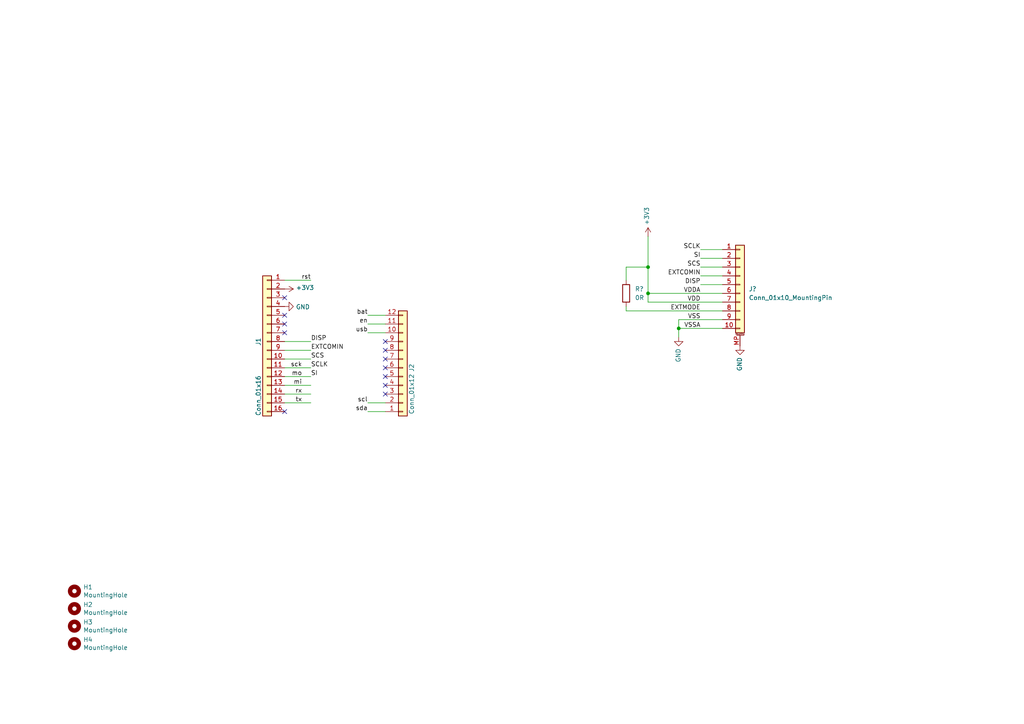
<source format=kicad_sch>
(kicad_sch (version 20201015) (generator eeschema)
  (paper "A4")
  (title_block (title "Sharp Memory LCD") (date "2020-12-22") (rev "r1.0") (company "GsD - @gregdavill"))
  (lib_symbols
    (symbol "Connector_Generic:Conn_01x12" (pin_names (offset 1.016) hide)
      (property "Reference" "J" (at 0 15.24 0))
      (property "Value" "Conn_01x12" (at 0 -17.78 0))
      (symbol "Conn_01x12_1_1"
        (rectangle (start -1.27 -4.953) (end 0 -5.207) (stroke (width 0.1524)))
        (rectangle (start -1.27 -7.493) (end 0 -7.747) (stroke (width 0.1524)))
        (rectangle (start -1.27 -10.033) (end 0 -10.287) (stroke (width 0.1524)))
        (rectangle (start -1.27 -12.573) (end 0 -12.827) (stroke (width 0.1524)))
        (rectangle (start -1.27 -15.113) (end 0 -15.367) (stroke (width 0.1524)))
        (rectangle (start -1.27 -2.413) (end 0 -2.667) (stroke (width 0.1524)))
        (rectangle (start -1.27 2.667) (end 0 2.413) (stroke (width 0.1524)))
        (rectangle (start -1.27 5.207) (end 0 4.953) (stroke (width 0.1524)))
        (rectangle (start -1.27 7.747) (end 0 7.493) (stroke (width 0.1524)))
        (rectangle (start -1.27 10.287) (end 0 10.033) (stroke (width 0.1524)))
        (rectangle (start -1.27 0.127) (end 0 -0.127) (stroke (width 0.1524)))
        (rectangle (start -1.27 12.827) (end 0 12.573) (stroke (width 0.1524)))
        (rectangle (start -1.27 13.97) (end 1.27 -16.51) (stroke (width 0.254)) (fill (type background)))
        (pin passive line (at -5.08 12.7 0) (length 3.81) (name "Pin_1") (number "1"))
        (pin passive line (at -5.08 -10.16 0) (length 3.81) (name "Pin_10") (number "10"))
        (pin passive line (at -5.08 -12.7 0) (length 3.81) (name "Pin_11") (number "11"))
        (pin passive line (at -5.08 -15.24 0) (length 3.81) (name "Pin_12") (number "12"))
        (pin passive line (at -5.08 10.16 0) (length 3.81) (name "Pin_2") (number "2"))
        (pin passive line (at -5.08 7.62 0) (length 3.81) (name "Pin_3") (number "3"))
        (pin passive line (at -5.08 5.08 0) (length 3.81) (name "Pin_4") (number "4"))
        (pin passive line (at -5.08 2.54 0) (length 3.81) (name "Pin_5") (number "5"))
        (pin passive line (at -5.08 0 0) (length 3.81) (name "Pin_6") (number "6"))
        (pin passive line (at -5.08 -2.54 0) (length 3.81) (name "Pin_7") (number "7"))
        (pin passive line (at -5.08 -5.08 0) (length 3.81) (name "Pin_8") (number "8"))
        (pin passive line (at -5.08 -7.62 0) (length 3.81) (name "Pin_9") (number "9"))
      )
    )
    (symbol "Connector_Generic:Conn_01x16" (pin_names (offset 1.016) hide)
      (property "Reference" "J" (at 0 20.32 0))
      (property "Value" "Conn_01x16" (at 0 -22.86 0))
      (symbol "Conn_01x16_1_1"
        (rectangle (start -1.27 -4.953) (end 0 -5.207) (stroke (width 0.1524)))
        (rectangle (start -1.27 -7.493) (end 0 -7.747) (stroke (width 0.1524)))
        (rectangle (start -1.27 -10.033) (end 0 -10.287) (stroke (width 0.1524)))
        (rectangle (start -1.27 -12.573) (end 0 -12.827) (stroke (width 0.1524)))
        (rectangle (start -1.27 -15.113) (end 0 -15.367) (stroke (width 0.1524)))
        (rectangle (start -1.27 -17.653) (end 0 -17.907) (stroke (width 0.1524)))
        (rectangle (start -1.27 -20.193) (end 0 -20.447) (stroke (width 0.1524)))
        (rectangle (start -1.27 -2.413) (end 0 -2.667) (stroke (width 0.1524)))
        (rectangle (start -1.27 2.667) (end 0 2.413) (stroke (width 0.1524)))
        (rectangle (start -1.27 5.207) (end 0 4.953) (stroke (width 0.1524)))
        (rectangle (start -1.27 7.747) (end 0 7.493) (stroke (width 0.1524)))
        (rectangle (start -1.27 10.287) (end 0 10.033) (stroke (width 0.1524)))
        (rectangle (start -1.27 0.127) (end 0 -0.127) (stroke (width 0.1524)))
        (rectangle (start -1.27 12.827) (end 0 12.573) (stroke (width 0.1524)))
        (rectangle (start -1.27 15.367) (end 0 15.113) (stroke (width 0.1524)))
        (rectangle (start -1.27 17.907) (end 0 17.653) (stroke (width 0.1524)))
        (rectangle (start -1.27 19.05) (end 1.27 -21.59) (stroke (width 0.254)) (fill (type background)))
        (pin passive line (at -5.08 17.78 0) (length 3.81) (name "Pin_1") (number "1"))
        (pin passive line (at -5.08 -5.08 0) (length 3.81) (name "Pin_10") (number "10"))
        (pin passive line (at -5.08 -7.62 0) (length 3.81) (name "Pin_11") (number "11"))
        (pin passive line (at -5.08 -10.16 0) (length 3.81) (name "Pin_12") (number "12"))
        (pin passive line (at -5.08 -12.7 0) (length 3.81) (name "Pin_13") (number "13"))
        (pin passive line (at -5.08 -15.24 0) (length 3.81) (name "Pin_14") (number "14"))
        (pin passive line (at -5.08 -17.78 0) (length 3.81) (name "Pin_15") (number "15"))
        (pin passive line (at -5.08 -20.32 0) (length 3.81) (name "Pin_16") (number "16"))
        (pin passive line (at -5.08 15.24 0) (length 3.81) (name "Pin_2") (number "2"))
        (pin passive line (at -5.08 12.7 0) (length 3.81) (name "Pin_3") (number "3"))
        (pin passive line (at -5.08 10.16 0) (length 3.81) (name "Pin_4") (number "4"))
        (pin passive line (at -5.08 7.62 0) (length 3.81) (name "Pin_5") (number "5"))
        (pin passive line (at -5.08 5.08 0) (length 3.81) (name "Pin_6") (number "6"))
        (pin passive line (at -5.08 2.54 0) (length 3.81) (name "Pin_7") (number "7"))
        (pin passive line (at -5.08 0 0) (length 3.81) (name "Pin_8") (number "8"))
        (pin passive line (at -5.08 -2.54 0) (length 3.81) (name "Pin_9") (number "9"))
      )
    )
    (symbol "Connector_Generic_MountingPin:Conn_01x10_MountingPin" (pin_names (offset 1.016) hide)
      (property "Reference" "J" (at 0 12.7 0))
      (property "Value" "Conn_01x10_MountingPin" (at 1.27 -15.24 0))
      (symbol "Conn_01x10_MountingPin_1_1"
        (text "Mounting" (at 0 -14.351 0) (effects (font (size 0.381 0.381))))
        (rectangle (start -1.27 -4.953) (end 0 -5.207) (stroke (width 0.1524)))
        (rectangle (start -1.27 -7.493) (end 0 -7.747) (stroke (width 0.1524)))
        (rectangle (start -1.27 -10.033) (end 0 -10.287) (stroke (width 0.1524)))
        (rectangle (start -1.27 -12.573) (end 0 -12.827) (stroke (width 0.1524)))
        (rectangle (start -1.27 -2.413) (end 0 -2.667) (stroke (width 0.1524)))
        (rectangle (start -1.27 2.667) (end 0 2.413) (stroke (width 0.1524)))
        (rectangle (start -1.27 5.207) (end 0 4.953) (stroke (width 0.1524)))
        (rectangle (start -1.27 7.747) (end 0 7.493) (stroke (width 0.1524)))
        (rectangle (start -1.27 10.287) (end 0 10.033) (stroke (width 0.1524)))
        (rectangle (start -1.27 11.43) (end 1.27 -13.97) (stroke (width 0.254)) (fill (type background)))
        (rectangle (start -1.27 0.127) (end 0 -0.127) (stroke (width 0.1524)))
        (polyline (pts (xy -1.016 -14.732) (xy 1.016 -14.732)) (stroke (width 0.1524)))
        (pin passive line (at 0 -17.78 90) (length 3.048) (name "MountPin") (number "MP"))
        (pin passive line (at -5.08 10.16 0) (length 3.81) (name "Pin_1") (number "1"))
        (pin passive line (at -5.08 -12.7 0) (length 3.81) (name "Pin_10") (number "10"))
        (pin passive line (at -5.08 7.62 0) (length 3.81) (name "Pin_2") (number "2"))
        (pin passive line (at -5.08 5.08 0) (length 3.81) (name "Pin_3") (number "3"))
        (pin passive line (at -5.08 2.54 0) (length 3.81) (name "Pin_4") (number "4"))
        (pin passive line (at -5.08 0 0) (length 3.81) (name "Pin_5") (number "5"))
        (pin passive line (at -5.08 -2.54 0) (length 3.81) (name "Pin_6") (number "6"))
        (pin passive line (at -5.08 -5.08 0) (length 3.81) (name "Pin_7") (number "7"))
        (pin passive line (at -5.08 -7.62 0) (length 3.81) (name "Pin_8") (number "8"))
        (pin passive line (at -5.08 -10.16 0) (length 3.81) (name "Pin_9") (number "9"))
      )
    )
    (symbol "Device:R" (pin_numbers hide) (pin_names (offset 0))
      (property "Reference" "R" (at 2.032 0 90))
      (property "Value" "R" (at 0 0 90))
      (symbol "R_0_1"
        (rectangle (start -1.016 -2.54) (end 1.016 2.54) (stroke (width 0.254)))
      )
      (symbol "R_1_1"
        (pin passive line (at 0 3.81 270) (length 1.27) (name "~") (number "1"))
        (pin passive line (at 0 -3.81 90) (length 1.27) (name "~") (number "2"))
      )
    )
    (symbol "Mechanical:MountingHole" (pin_names (offset 1.016))
      (property "Reference" "H" (at 0 5.08 0))
      (property "Value" "MountingHole" (at 0 3.175 0))
      (symbol "MountingHole_0_1"
        (circle (center 0 0) (radius 1.27) (stroke (width 1.27)))
      )
    )
    (symbol "power:+3V3" (power) (pin_names (offset 0))
      (property "Value" "+3V3" (at 0 3.556 0))
      (symbol "+3V3_0_1"
        (polyline (pts (xy -0.762 1.27) (xy 0 2.54)))
        (polyline (pts (xy 0 0) (xy 0 2.54)))
        (polyline (pts (xy 0 2.54) (xy 0.762 1.27)))
      )
      (symbol "+3V3_1_1"
        (pin power_in line (at 0 0 90) (length 0) hide (name "+3V3") (number "1"))
      )
    )
    (symbol "power:GND" (power) (pin_names (offset 0))
      (property "Value" "GND" (at 0 -3.81 0))
      (symbol "GND_0_1"
        (polyline (pts (xy 0 0) (xy 0 -1.27) (xy 1.27 -1.27) (xy 0 -2.54) (xy -1.27 -1.27) (xy 0 -1.27)))
      )
      (symbol "GND_1_1"
        (pin power_in line (at 0 0 270) (length 0) hide (name "GND") (number "1"))
      )
    )
  )
  (bus_alias "GPDI" (members "CK_N" "CK_P" "D0_N" "D0_P" "D1_N" "D1_P" "D2_N" "D2_P"))
  (junction (at 187.96 77.47) (diameter 0.9144))
  (junction (at 187.96 85.09) (diameter 0.9144))
  (junction (at 196.85 95.25) (diameter 0.9144))
  (no_connect (at 82.55 91.44))
  (no_connect (at 82.55 86.36))
  (no_connect (at 111.76 99.06))
  (no_connect (at 111.76 114.3))
  (no_connect (at 111.76 104.14))
  (no_connect (at 111.76 106.68))
  (no_connect (at 111.76 101.6))
  (no_connect (at 82.55 93.98))
  (no_connect (at 82.55 96.52))
  (no_connect (at 111.76 111.76))
  (no_connect (at 82.55 119.38))
  (no_connect (at 111.76 109.22))
  (wire (pts (xy 82.55 81.28) (xy 90.17 81.28)))
  (wire (pts (xy 82.55 99.06) (xy 90.17 99.06)))
  (wire (pts (xy 82.55 101.6) (xy 90.17 101.6)))
  (wire (pts (xy 82.55 104.14) (xy 90.17 104.14)))
  (wire (pts (xy 82.55 109.22) (xy 90.17 109.22)))
  (wire (pts (xy 82.55 114.3) (xy 90.17 114.3)))
  (wire (pts (xy 90.17 106.68) (xy 82.55 106.68)))
  (wire (pts (xy 90.17 111.76) (xy 82.55 111.76)))
  (wire (pts (xy 90.17 116.84) (xy 82.55 116.84)))
  (wire (pts (xy 106.68 119.38) (xy 111.76 119.38)))
  (wire (pts (xy 111.76 91.44) (xy 106.68 91.44)))
  (wire (pts (xy 111.76 93.98) (xy 106.68 93.98)))
  (wire (pts (xy 111.76 96.52) (xy 106.68 96.52)))
  (wire (pts (xy 111.76 116.84) (xy 106.68 116.84)))
  (wire (pts (xy 181.61 77.47) (xy 187.96 77.47)))
  (wire (pts (xy 181.61 81.28) (xy 181.61 77.47)))
  (wire (pts (xy 181.61 90.17) (xy 181.61 88.9)))
  (wire (pts (xy 181.61 90.17) (xy 209.55 90.17)))
  (wire (pts (xy 187.96 77.47) (xy 187.96 68.58)))
  (wire (pts (xy 187.96 85.09) (xy 187.96 77.47)))
  (wire (pts (xy 187.96 85.09) (xy 209.55 85.09)))
  (wire (pts (xy 187.96 87.63) (xy 187.96 85.09)))
  (wire (pts (xy 187.96 87.63) (xy 209.55 87.63)))
  (wire (pts (xy 196.85 92.71) (xy 196.85 95.25)))
  (wire (pts (xy 196.85 92.71) (xy 209.55 92.71)))
  (wire (pts (xy 196.85 95.25) (xy 196.85 97.79)))
  (wire (pts (xy 196.85 95.25) (xy 209.55 95.25)))
  (wire (pts (xy 203.2 72.39) (xy 209.55 72.39)))
  (wire (pts (xy 203.2 74.93) (xy 209.55 74.93)))
  (wire (pts (xy 203.2 77.47) (xy 209.55 77.47)))
  (wire (pts (xy 203.2 80.01) (xy 209.55 80.01)))
  (wire (pts (xy 203.2 82.55) (xy 209.55 82.55)))
  (label "sck" (at 87.63 106.68 180))
  (label "mo" (at 87.63 109.22 180))
  (label "mi" (at 87.63 111.76 180))
  (label "rx" (at 87.63 114.3 180))
  (label "tx" (at 87.63 116.84 180))
  (label "rst" (at 90.17 81.28 180))
  (label "DISP" (at 90.17 99.06 0))
  (label "EXTCOMIN" (at 90.17 101.6 0))
  (label "SCS" (at 90.17 104.14 0))
  (label "SCLK" (at 90.17 106.68 0))
  (label "SI" (at 90.17 109.22 0))
  (label "bat" (at 106.68 91.44 180))
  (label "en" (at 106.68 93.98 180))
  (label "usb" (at 106.68 96.52 180))
  (label "scl" (at 106.68 116.84 180))
  (label "sda" (at 106.68 119.38 180))
  (label "SCLK" (at 203.2 72.39 180))
  (label "SI" (at 203.2 74.93 180))
  (label "SCS" (at 203.2 77.47 180))
  (label "EXTCOMIN" (at 203.2 80.01 180))
  (label "DISP" (at 203.2 82.55 180))
  (label "VDDA" (at 203.2 85.09 180))
  (label "VDD" (at 203.2 87.63 180))
  (label "EXTMODE" (at 203.2 90.17 180))
  (label "VSS" (at 203.2 92.71 180))
  (label "VSSA" (at 203.2 95.25 180))
  (symbol (lib_id "power:+3V3") (at 82.55 83.82 270) (mirror x) (unit 1)
    (property "Reference" "#PWR0102" (effects hide))
    (property "Value" "+3V3" (at 85.8012 83.439 90) (effects (justify left)))
  )
  (symbol (lib_id "power:+3V3") (at 187.96 68.58 0) (mirror y) (unit 1)
    (property "Reference" "#PWR?" (effects hide))
    (property "Value" "+3V3" (at 187.579 65.3288 90) (effects (justify left)))
  )
  (symbol (lib_id "power:GND") (at 82.55 88.9 90) (mirror x) (unit 1)
    (property "Reference" "#PWR0101" (effects hide))
    (property "Value" "GND" (at 85.8012 89.027 90) (effects (justify right)))
  )
  (symbol (lib_id "power:GND") (at 196.85 97.79 0) (mirror y) (unit 1)
    (property "Reference" "#PWR?" (effects hide))
    (property "Value" "GND" (at 196.723 101.0412 90) (effects (justify right)))
  )
  (symbol (lib_id "power:GND") (at 214.63 100.33 0) (mirror y) (unit 1)
    (property "Reference" "#PWR?" (effects hide))
    (property "Value" "GND" (at 214.503 103.5812 90) (effects (justify right)))
  )
  (symbol (lib_id "Mechanical:MountingHole") (at 21.59 171.45 0) (unit 1)
    (property "Reference" "H1" (at 24.13 170.2816 0) (effects (justify left)))
    (property "Value" "MountingHole" (at 24.13 172.593 0) (effects (justify left)))
    (property "Footprint" "MountingHole:MountingHole_2.7mm_M2.5" (effects hide))
  )
  (symbol (lib_id "Mechanical:MountingHole") (at 21.59 176.53 0) (unit 1)
    (property "Reference" "H2" (at 24.13 175.3616 0) (effects (justify left)))
    (property "Value" "MountingHole" (at 24.13 177.673 0) (effects (justify left)))
    (property "Footprint" "MountingHole:MountingHole_2.7mm_M2.5" (effects hide))
  )
  (symbol (lib_id "Mechanical:MountingHole") (at 21.59 181.61 0) (unit 1)
    (property "Reference" "H3" (at 24.13 180.4416 0) (effects (justify left)))
    (property "Value" "MountingHole" (at 24.13 182.753 0) (effects (justify left)))
    (property "Footprint" "MountingHole:MountingHole_2.7mm_M2.5" (effects hide))
  )
  (symbol (lib_id "Mechanical:MountingHole") (at 21.59 186.69 0) (unit 1)
    (property "Reference" "H4" (at 24.13 185.5216 0) (effects (justify left)))
    (property "Value" "MountingHole" (at 24.13 187.833 0) (effects (justify left)))
    (property "Footprint" "MountingHole:MountingHole_2.7mm_M2.5" (effects hide))
  )
  (symbol (lib_id "Device:R") (at 181.61 85.09 0) (unit 1)
    (property "Reference" "R?" (at 184.15 83.82 0) (effects (justify left)))
    (property "Value" "0R" (at 184.15 86.36 0) (effects (justify left)))
    (property "Footprint" "Resistor_SMD:R_0402_1005Metric" (effects hide))
  )
  (symbol (lib_id "Connector_Generic_MountingPin:Conn_01x10_MountingPin") (at 214.63 82.55 0) (unit 1)
    (property "Reference" "J?" (at 217.17 83.82 0) (effects (justify left)))
    (property "Value" "Conn_01x10_MountingPin" (at 217.17 86.36 0) (effects (justify left)))
    (property "Footprint" "Connector_FFC-FPC:Hirose_FH12-10S-0.5SH_1x10-1MP_P0.50mm_Horizontal" (effects hide))
  )
  (symbol (lib_id "Connector_Generic:Conn_01x12") (at 116.84 106.68 0) (mirror x) (unit 1)
    (property "Reference" "J2" (at 119.38 106.68 90))
    (property "Value" "Conn_01x12" (at 119.38 114.3 90))
    (property "Footprint" "Connector_PinHeader_2.54mm:PinHeader_1x12_P2.54mm_Vertical" (effects hide))
  )
  (symbol (lib_id "Connector_Generic:Conn_01x16") (at 77.47 99.06 0) (mirror y) (unit 1)
    (property "Reference" "J1" (at 74.93 100.33 90) (effects (justify left)))
    (property "Value" "Conn_01x16" (at 74.93 120.65 90) (effects (justify left)))
    (property "Footprint" "Connector_PinHeader_2.54mm:PinHeader_1x16_P2.54mm_Vertical" (effects hide))
  )
)
</source>
